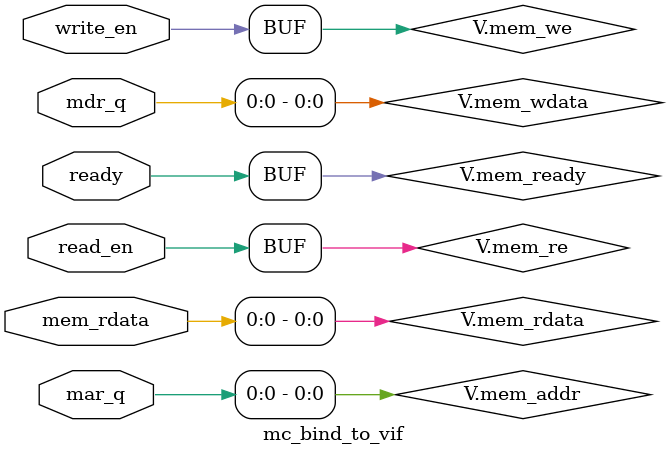
<source format=sv>
`include "virtual_interface.sv"

`ifndef MC_BIND_TO_VIF_SV
`define MC_BIND_TO_VIF_SV

module mc_bind_to_vif (
  virtual_interface V,
  input  logic        write_en,
  input  logic        read_en,
  input  logic [15:0] mar_q,
  input  logic [15:0] mdr_q,
  input  logic [15:0] mem_rdata,
  input  logic        ready
);
  // We are inside the scope of *this* memory_control instance,
  // so we can reference its internal nets directly by name.

  // Drive interface from internal signals
  assign V.mem_we     = write_en;   // internal logic
  assign V.mem_re     = read_en;    // internal logic
  assign V.mem_addr   = mar_q;      // MAR register
  assign V.mem_wdata  = mdr_q;      // MDR register (to memory)
  assign V.mem_rdata  = mem_rdata;  // from memory
  assign V.mem_ready  = ready;      // memory ready

  // Optional observability for control sequencing
//   assign V.ld_mdr_obs = ld_mdr;
//   assign V.ld_mar_obs = ld_mar;
//   assign V.mio_en_obs = mio_en;
//   assign V.rw_obs     = rw;

endmodule

`endif

</source>
